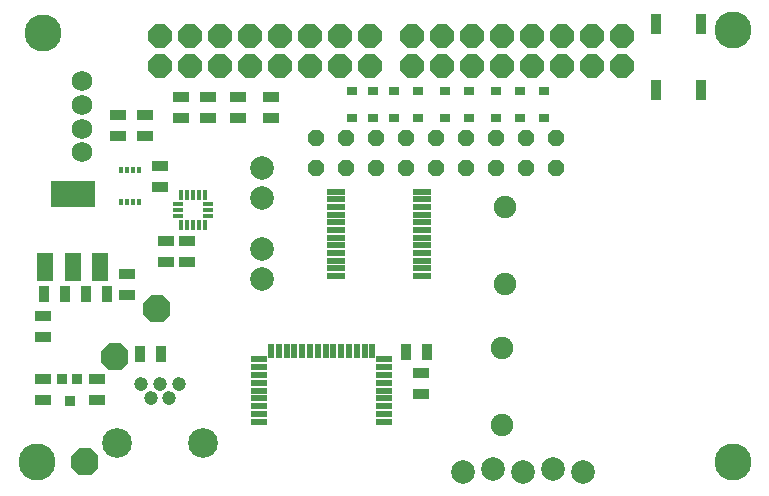
<source format=gts>
G75*
%MOIN*%
%OFA0B0*%
%FSLAX25Y25*%
%IPPOS*%
%LPD*%
%AMOC8*
5,1,8,0,0,1.08239X$1,22.5*
%
%ADD10C,0.12300*%
%ADD11R,0.06000X0.01870*%
%ADD12OC8,0.05224*%
%ADD13R,0.05224X0.02114*%
%ADD14R,0.02114X0.05028*%
%ADD15C,0.09949*%
%ADD16C,0.04700*%
%ADD17OC8,0.07900*%
%ADD18R,0.05224X0.03650*%
%ADD19R,0.03768X0.02980*%
%ADD20C,0.07500*%
%ADD21C,0.06799*%
%ADD22R,0.03650X0.01681*%
%ADD23R,0.01681X0.03650*%
%ADD24R,0.01484X0.02469*%
%ADD25R,0.03650X0.05224*%
%ADD26R,0.05300X0.09300*%
%ADD27R,0.14673X0.09161*%
%ADD28R,0.03256X0.03256*%
%ADD29R,0.03500X0.06500*%
%ADD30C,0.07900*%
%ADD31OC8,0.09000*%
D10*
X0015644Y0024370D03*
X0017644Y0167370D03*
X0247644Y0168370D03*
X0247644Y0024370D03*
D11*
X0144038Y0086295D03*
X0144038Y0088854D03*
X0144038Y0091413D03*
X0144038Y0093972D03*
X0144038Y0096531D03*
X0144038Y0099091D03*
X0144038Y0101650D03*
X0144038Y0104209D03*
X0144038Y0106768D03*
X0144038Y0109327D03*
X0144038Y0111886D03*
X0144038Y0114445D03*
X0115251Y0114445D03*
X0115251Y0111886D03*
X0115251Y0109327D03*
X0115251Y0106768D03*
X0115251Y0104209D03*
X0115251Y0101650D03*
X0115251Y0099091D03*
X0115251Y0096531D03*
X0115251Y0093972D03*
X0115251Y0091413D03*
X0115251Y0088854D03*
X0115251Y0086295D03*
D12*
X0118644Y0122370D03*
X0108644Y0122370D03*
X0108644Y0132370D03*
X0118644Y0132370D03*
X0128644Y0132370D03*
X0138644Y0132370D03*
X0148644Y0132370D03*
X0158644Y0132370D03*
X0168644Y0132370D03*
X0178644Y0132370D03*
X0188644Y0132370D03*
X0188644Y0122370D03*
X0178644Y0122370D03*
X0168644Y0122370D03*
X0158644Y0122370D03*
X0148644Y0122370D03*
X0138644Y0122370D03*
X0128644Y0122370D03*
D13*
X0131550Y0058520D03*
X0131550Y0055921D03*
X0131550Y0053323D03*
X0131550Y0050724D03*
X0131550Y0048126D03*
X0131550Y0045528D03*
X0131550Y0042929D03*
X0131550Y0040331D03*
X0131550Y0037732D03*
X0089739Y0037732D03*
X0089739Y0040331D03*
X0089739Y0042929D03*
X0089739Y0045528D03*
X0089739Y0048126D03*
X0089739Y0050724D03*
X0089739Y0053323D03*
X0089739Y0055921D03*
X0089739Y0058520D03*
D14*
X0093755Y0061374D03*
X0096353Y0061374D03*
X0098952Y0061374D03*
X0101550Y0061374D03*
X0104148Y0061374D03*
X0106747Y0061374D03*
X0109345Y0061374D03*
X0111944Y0061374D03*
X0114542Y0061374D03*
X0117141Y0061374D03*
X0119739Y0061374D03*
X0122337Y0061374D03*
X0124936Y0061374D03*
X0127534Y0061374D03*
D15*
X0071015Y0030488D03*
X0042274Y0030488D03*
D16*
X0053613Y0045646D03*
X0056644Y0050370D03*
X0050345Y0050370D03*
X0059794Y0045646D03*
X0062944Y0050370D03*
D17*
X0066644Y0156370D03*
X0056644Y0156370D03*
X0056644Y0166370D03*
X0066644Y0166370D03*
X0076644Y0166370D03*
X0086644Y0166370D03*
X0096644Y0166370D03*
X0106644Y0166370D03*
X0116644Y0166370D03*
X0126644Y0166370D03*
X0126644Y0156370D03*
X0116644Y0156370D03*
X0106644Y0156370D03*
X0096644Y0156370D03*
X0086644Y0156370D03*
X0076644Y0156370D03*
X0140644Y0156370D03*
X0150644Y0156370D03*
X0160644Y0156370D03*
X0170644Y0156370D03*
X0180644Y0156370D03*
X0190644Y0156370D03*
X0200644Y0156370D03*
X0210644Y0156370D03*
X0210644Y0166370D03*
X0200644Y0166370D03*
X0190644Y0166370D03*
X0180644Y0166370D03*
X0170644Y0166370D03*
X0160644Y0166370D03*
X0150644Y0166370D03*
X0140644Y0166370D03*
D18*
X0093644Y0145913D03*
X0093644Y0138827D03*
X0082644Y0138827D03*
X0072644Y0138827D03*
X0072644Y0145913D03*
X0082644Y0145913D03*
X0063644Y0145913D03*
X0063644Y0138827D03*
X0051644Y0139913D03*
X0042644Y0139913D03*
X0042644Y0132827D03*
X0051644Y0132827D03*
X0056644Y0122913D03*
X0056644Y0115827D03*
X0058644Y0097913D03*
X0065644Y0097913D03*
X0065644Y0090827D03*
X0058644Y0090827D03*
X0045644Y0086913D03*
X0045644Y0079827D03*
X0017644Y0072913D03*
X0017644Y0065827D03*
X0017644Y0051913D03*
X0017644Y0044827D03*
X0035644Y0044827D03*
X0035644Y0051913D03*
X0143644Y0053913D03*
X0143644Y0046827D03*
D19*
X0142644Y0138843D03*
X0134644Y0138843D03*
X0127644Y0138843D03*
X0120644Y0138843D03*
X0120644Y0147898D03*
X0127644Y0147898D03*
X0134644Y0147898D03*
X0142644Y0147898D03*
X0151644Y0147898D03*
X0159644Y0147898D03*
X0168644Y0147898D03*
X0176644Y0147898D03*
X0184644Y0147898D03*
X0184644Y0138843D03*
X0176644Y0138843D03*
X0168644Y0138843D03*
X0159644Y0138843D03*
X0151644Y0138843D03*
D20*
X0171644Y0109165D03*
X0171644Y0083575D03*
X0170644Y0062165D03*
X0170644Y0036575D03*
D21*
X0030644Y0127559D03*
X0030644Y0135433D03*
X0030644Y0143307D03*
X0030644Y0151181D03*
D22*
X0062625Y0110339D03*
X0062625Y0108370D03*
X0062625Y0106402D03*
X0072664Y0106402D03*
X0072664Y0108370D03*
X0072664Y0110339D03*
D23*
X0071581Y0113390D03*
X0069613Y0113390D03*
X0067644Y0113390D03*
X0065676Y0113390D03*
X0063707Y0113390D03*
X0063707Y0103350D03*
X0065676Y0103350D03*
X0067644Y0103350D03*
X0069613Y0103350D03*
X0071581Y0103350D03*
D24*
X0049676Y0110976D03*
X0047707Y0110976D03*
X0045739Y0110976D03*
X0043770Y0110976D03*
X0043770Y0121803D03*
X0045739Y0121803D03*
X0047707Y0121803D03*
X0049676Y0121803D03*
D25*
X0039188Y0080370D03*
X0032101Y0080370D03*
X0025188Y0080370D03*
X0018101Y0080370D03*
X0050101Y0060370D03*
X0057188Y0060370D03*
X0138601Y0060870D03*
X0145688Y0060870D03*
D26*
X0036744Y0089170D03*
X0027644Y0089170D03*
X0018544Y0089170D03*
D27*
X0027644Y0113571D03*
D28*
X0029204Y0052012D03*
X0024085Y0052012D03*
X0026644Y0044728D03*
D29*
X0222144Y0148370D03*
X0237144Y0148370D03*
X0237144Y0170370D03*
X0222144Y0170370D03*
D30*
X0090644Y0122370D03*
X0090644Y0112370D03*
X0090644Y0095370D03*
X0090644Y0085370D03*
X0157644Y0020870D03*
X0167644Y0021870D03*
X0177644Y0020870D03*
X0187644Y0021870D03*
X0197644Y0020870D03*
D31*
X0055644Y0075370D03*
X0041644Y0059370D03*
X0031644Y0024370D03*
M02*

</source>
